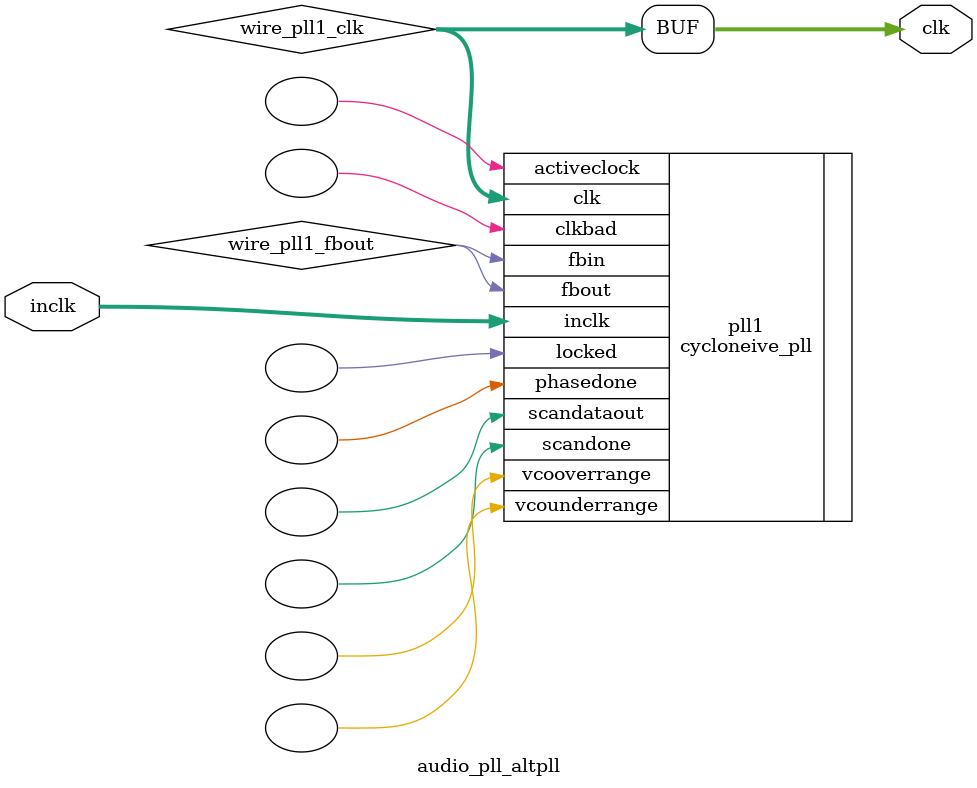
<source format=v>






//synthesis_resources = cycloneive_pll 1 
//synopsys translate_off
`timescale 1 ps / 1 ps
//synopsys translate_on
module  audio_pll_altpll
	( 
	clk,
	inclk) /* synthesis synthesis_clearbox=1 */;
	output   [4:0]  clk;
	input   [1:0]  inclk;
`ifndef ALTERA_RESERVED_QIS
// synopsys translate_off
`endif
	tri0   [1:0]  inclk;
`ifndef ALTERA_RESERVED_QIS
// synopsys translate_on
`endif

	wire  [4:0]   wire_pll1_clk;
	wire  wire_pll1_fbout;

	cycloneive_pll   pll1
	( 
	.activeclock(),
	.clk(wire_pll1_clk),
	.clkbad(),
	.fbin(wire_pll1_fbout),
	.fbout(wire_pll1_fbout),
	.inclk(inclk),
	.locked(),
	.phasedone(),
	.scandataout(),
	.scandone(),
	.vcooverrange(),
	.vcounderrange()
	`ifndef FORMAL_VERIFICATION
	// synopsys translate_off
	`endif
	,
	.areset(1'b0),
	.clkswitch(1'b0),
	.configupdate(1'b0),
	.pfdena(1'b1),
	.phasecounterselect({3{1'b0}}),
	.phasestep(1'b0),
	.phaseupdown(1'b0),
	.scanclk(1'b0),
	.scanclkena(1'b1),
	.scandata(1'b0)
	`ifndef FORMAL_VERIFICATION
	// synopsys translate_on
	`endif
	);
	defparam
		pll1.bandwidth_type = "auto",
		pll1.clk0_divide_by = 3125,
		pll1.clk0_duty_cycle = 50,
		pll1.clk0_multiply_by = 768,
		pll1.clk0_phase_shift = "0",
		pll1.compensate_clock = "clk0",
		pll1.inclk0_input_frequency = 20000,
		pll1.operation_mode = "normal",
		pll1.pll_type = "auto",
		pll1.lpm_type = "cycloneive_pll";
	assign
		clk = {wire_pll1_clk[4:0]};
endmodule //audio_pll_altpll
//VALID FILE

</source>
